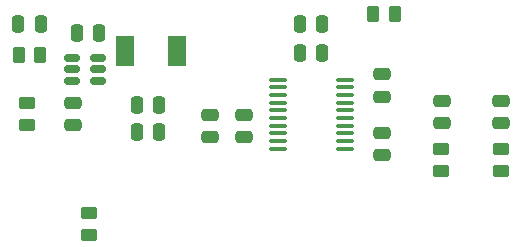
<source format=gtp>
%TF.GenerationSoftware,KiCad,Pcbnew,7.0.1*%
%TF.CreationDate,2023-07-06T22:47:11-05:00*%
%TF.ProjectId,squishbox1,73717569-7368-4626-9f78-312e6b696361,rev?*%
%TF.SameCoordinates,Original*%
%TF.FileFunction,Paste,Top*%
%TF.FilePolarity,Positive*%
%FSLAX46Y46*%
G04 Gerber Fmt 4.6, Leading zero omitted, Abs format (unit mm)*
G04 Created by KiCad (PCBNEW 7.0.1) date 2023-07-06 22:47:11*
%MOMM*%
%LPD*%
G01*
G04 APERTURE LIST*
G04 Aperture macros list*
%AMRoundRect*
0 Rectangle with rounded corners*
0 $1 Rounding radius*
0 $2 $3 $4 $5 $6 $7 $8 $9 X,Y pos of 4 corners*
0 Add a 4 corners polygon primitive as box body*
4,1,4,$2,$3,$4,$5,$6,$7,$8,$9,$2,$3,0*
0 Add four circle primitives for the rounded corners*
1,1,$1+$1,$2,$3*
1,1,$1+$1,$4,$5*
1,1,$1+$1,$6,$7*
1,1,$1+$1,$8,$9*
0 Add four rect primitives between the rounded corners*
20,1,$1+$1,$2,$3,$4,$5,0*
20,1,$1+$1,$4,$5,$6,$7,0*
20,1,$1+$1,$6,$7,$8,$9,0*
20,1,$1+$1,$8,$9,$2,$3,0*%
G04 Aperture macros list end*
%ADD10RoundRect,0.250000X0.250000X0.475000X-0.250000X0.475000X-0.250000X-0.475000X0.250000X-0.475000X0*%
%ADD11RoundRect,0.250000X-0.262500X-0.450000X0.262500X-0.450000X0.262500X0.450000X-0.262500X0.450000X0*%
%ADD12RoundRect,0.250000X-0.250000X-0.475000X0.250000X-0.475000X0.250000X0.475000X-0.250000X0.475000X0*%
%ADD13R,1.600000X2.500000*%
%ADD14RoundRect,0.250000X-0.475000X0.250000X-0.475000X-0.250000X0.475000X-0.250000X0.475000X0.250000X0*%
%ADD15RoundRect,0.250000X0.475000X-0.250000X0.475000X0.250000X-0.475000X0.250000X-0.475000X-0.250000X0*%
%ADD16RoundRect,0.100000X0.637500X0.100000X-0.637500X0.100000X-0.637500X-0.100000X0.637500X-0.100000X0*%
%ADD17RoundRect,0.250000X-0.450000X0.262500X-0.450000X-0.262500X0.450000X-0.262500X0.450000X0.262500X0*%
%ADD18RoundRect,0.150000X-0.512500X-0.150000X0.512500X-0.150000X0.512500X0.150000X-0.512500X0.150000X0*%
%ADD19RoundRect,0.250000X0.450000X-0.262500X0.450000X0.262500X-0.450000X0.262500X-0.450000X-0.262500X0*%
G04 APERTURE END LIST*
D10*
%TO.C,C7*%
X120446800Y-60960000D03*
X118546800Y-60960000D03*
%TD*%
D11*
%TO.C,R3*%
X124743200Y-60121800D03*
X126568200Y-60121800D03*
%TD*%
D10*
%TO.C,C3*%
X101534000Y-61722000D03*
X99634000Y-61722000D03*
%TD*%
D12*
%TO.C,C13*%
X94706400Y-60960000D03*
X96606400Y-60960000D03*
%TD*%
D13*
%TO.C,L1*%
X103718000Y-63246000D03*
X108118000Y-63246000D03*
%TD*%
D14*
%TO.C,C4*%
X110947200Y-68661200D03*
X110947200Y-70561200D03*
%TD*%
%TO.C,C1*%
X99303000Y-67668300D03*
X99303000Y-69568300D03*
%TD*%
D10*
%TO.C,C11*%
X106614000Y-70104000D03*
X104714000Y-70104000D03*
%TD*%
D15*
%TO.C,C10*%
X135610600Y-69403000D03*
X135610600Y-67503000D03*
%TD*%
%TO.C,C9*%
X130556000Y-69403000D03*
X130556000Y-67503000D03*
%TD*%
D11*
%TO.C,R5*%
X94743900Y-63601600D03*
X96568900Y-63601600D03*
%TD*%
D16*
%TO.C,U1*%
X122394900Y-71555800D03*
X122394900Y-70905800D03*
X122394900Y-70255800D03*
X122394900Y-69605800D03*
X122394900Y-68955800D03*
X122394900Y-68305800D03*
X122394900Y-67655800D03*
X122394900Y-67005800D03*
X122394900Y-66355800D03*
X122394900Y-65705800D03*
X116669900Y-65705800D03*
X116669900Y-66355800D03*
X116669900Y-67005800D03*
X116669900Y-67655800D03*
X116669900Y-68305800D03*
X116669900Y-68955800D03*
X116669900Y-69605800D03*
X116669900Y-70255800D03*
X116669900Y-70905800D03*
X116669900Y-71555800D03*
%TD*%
D17*
%TO.C,R6*%
X95453200Y-67718300D03*
X95453200Y-69543300D03*
%TD*%
D14*
%TO.C,C6*%
X125476000Y-65257600D03*
X125476000Y-67157600D03*
%TD*%
D15*
%TO.C,C2*%
X113774300Y-70561200D03*
X113774300Y-68661200D03*
%TD*%
D18*
%TO.C,U3*%
X99212400Y-63893900D03*
X99212400Y-64843900D03*
X99212400Y-65793900D03*
X101487400Y-65793900D03*
X101487400Y-64843900D03*
X101487400Y-63893900D03*
%TD*%
D10*
%TO.C,C12*%
X106614000Y-67818000D03*
X104714000Y-67818000D03*
%TD*%
%TO.C,C8*%
X120446800Y-63474600D03*
X118546800Y-63474600D03*
%TD*%
D15*
%TO.C,C5*%
X125476000Y-72095400D03*
X125476000Y-70195400D03*
%TD*%
D17*
%TO.C,R2*%
X135559800Y-71592400D03*
X135559800Y-73417400D03*
%TD*%
D19*
%TO.C,R4*%
X100685600Y-78867000D03*
X100685600Y-77042000D03*
%TD*%
D17*
%TO.C,R1*%
X130530600Y-71592400D03*
X130530600Y-73417400D03*
%TD*%
M02*

</source>
